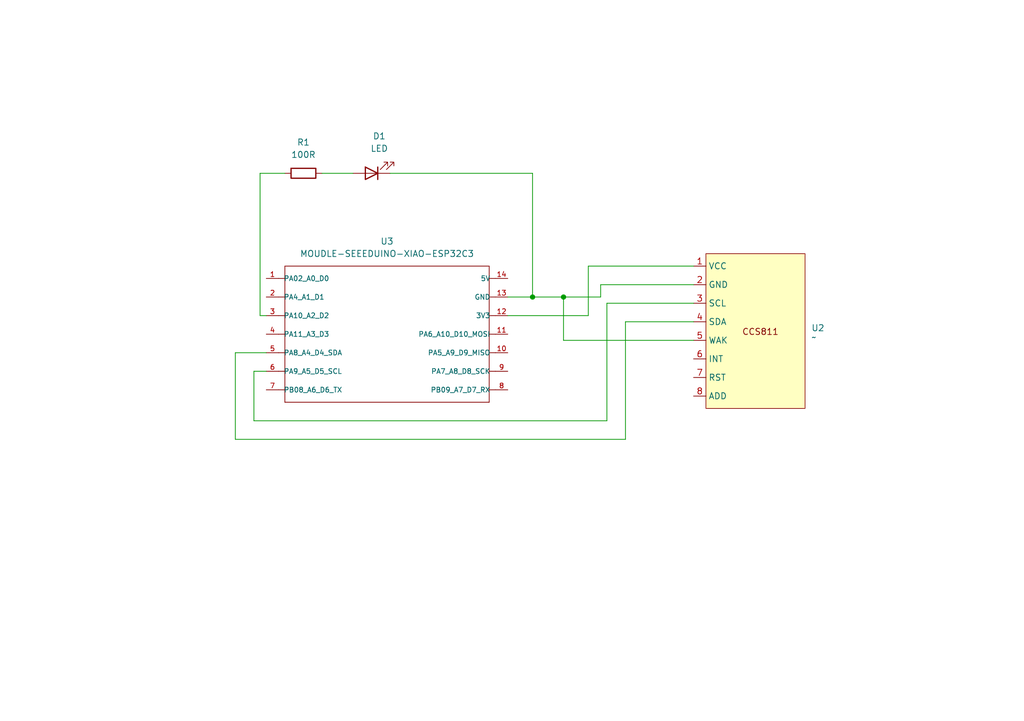
<source format=kicad_sch>
(kicad_sch
	(version 20231120)
	(generator "eeschema")
	(generator_version "8.0")
	(uuid "7460f067-e756-4e7b-98a8-d66889d85b4e")
	(paper "A5")
	(title_block
		(title "TVOC & eCO2 Sesnor")
		(date "2025-01-19")
		(rev "1")
		(company "James Price")
		(comment 1 "A custom PCB design for a ESP-32 based smart home sensor.")
	)
	(lib_symbols
		(symbol "Device:LED"
			(pin_numbers hide)
			(pin_names
				(offset 1.016) hide)
			(exclude_from_sim no)
			(in_bom yes)
			(on_board yes)
			(property "Reference" "D"
				(at 0 2.54 0)
				(effects
					(font
						(size 1.27 1.27)
					)
				)
			)
			(property "Value" "LED"
				(at 0 -2.54 0)
				(effects
					(font
						(size 1.27 1.27)
					)
				)
			)
			(property "Footprint" ""
				(at 0 0 0)
				(effects
					(font
						(size 1.27 1.27)
					)
					(hide yes)
				)
			)
			(property "Datasheet" "~"
				(at 0 0 0)
				(effects
					(font
						(size 1.27 1.27)
					)
					(hide yes)
				)
			)
			(property "Description" "Light emitting diode"
				(at 0 0 0)
				(effects
					(font
						(size 1.27 1.27)
					)
					(hide yes)
				)
			)
			(property "ki_keywords" "LED diode"
				(at 0 0 0)
				(effects
					(font
						(size 1.27 1.27)
					)
					(hide yes)
				)
			)
			(property "ki_fp_filters" "LED* LED_SMD:* LED_THT:*"
				(at 0 0 0)
				(effects
					(font
						(size 1.27 1.27)
					)
					(hide yes)
				)
			)
			(symbol "LED_0_1"
				(polyline
					(pts
						(xy -1.27 -1.27) (xy -1.27 1.27)
					)
					(stroke
						(width 0.254)
						(type default)
					)
					(fill
						(type none)
					)
				)
				(polyline
					(pts
						(xy -1.27 0) (xy 1.27 0)
					)
					(stroke
						(width 0)
						(type default)
					)
					(fill
						(type none)
					)
				)
				(polyline
					(pts
						(xy 1.27 -1.27) (xy 1.27 1.27) (xy -1.27 0) (xy 1.27 -1.27)
					)
					(stroke
						(width 0.254)
						(type default)
					)
					(fill
						(type none)
					)
				)
				(polyline
					(pts
						(xy -3.048 -0.762) (xy -4.572 -2.286) (xy -3.81 -2.286) (xy -4.572 -2.286) (xy -4.572 -1.524)
					)
					(stroke
						(width 0)
						(type default)
					)
					(fill
						(type none)
					)
				)
				(polyline
					(pts
						(xy -1.778 -0.762) (xy -3.302 -2.286) (xy -2.54 -2.286) (xy -3.302 -2.286) (xy -3.302 -1.524)
					)
					(stroke
						(width 0)
						(type default)
					)
					(fill
						(type none)
					)
				)
			)
			(symbol "LED_1_1"
				(pin passive line
					(at -3.81 0 0)
					(length 2.54)
					(name "K"
						(effects
							(font
								(size 1.27 1.27)
							)
						)
					)
					(number "1"
						(effects
							(font
								(size 1.27 1.27)
							)
						)
					)
				)
				(pin passive line
					(at 3.81 0 180)
					(length 2.54)
					(name "A"
						(effects
							(font
								(size 1.27 1.27)
							)
						)
					)
					(number "2"
						(effects
							(font
								(size 1.27 1.27)
							)
						)
					)
				)
			)
		)
		(symbol "Device:R"
			(pin_numbers hide)
			(pin_names
				(offset 0)
			)
			(exclude_from_sim no)
			(in_bom yes)
			(on_board yes)
			(property "Reference" "R"
				(at 2.032 0 90)
				(effects
					(font
						(size 1.27 1.27)
					)
				)
			)
			(property "Value" "R"
				(at 0 0 90)
				(effects
					(font
						(size 1.27 1.27)
					)
				)
			)
			(property "Footprint" ""
				(at -1.778 0 90)
				(effects
					(font
						(size 1.27 1.27)
					)
					(hide yes)
				)
			)
			(property "Datasheet" "~"
				(at 0 0 0)
				(effects
					(font
						(size 1.27 1.27)
					)
					(hide yes)
				)
			)
			(property "Description" "Resistor"
				(at 0 0 0)
				(effects
					(font
						(size 1.27 1.27)
					)
					(hide yes)
				)
			)
			(property "ki_keywords" "R res resistor"
				(at 0 0 0)
				(effects
					(font
						(size 1.27 1.27)
					)
					(hide yes)
				)
			)
			(property "ki_fp_filters" "R_*"
				(at 0 0 0)
				(effects
					(font
						(size 1.27 1.27)
					)
					(hide yes)
				)
			)
			(symbol "R_0_1"
				(rectangle
					(start -1.016 -2.54)
					(end 1.016 2.54)
					(stroke
						(width 0.254)
						(type default)
					)
					(fill
						(type none)
					)
				)
			)
			(symbol "R_1_1"
				(pin passive line
					(at 0 3.81 270)
					(length 1.27)
					(name "~"
						(effects
							(font
								(size 1.27 1.27)
							)
						)
					)
					(number "1"
						(effects
							(font
								(size 1.27 1.27)
							)
						)
					)
				)
				(pin passive line
					(at 0 -3.81 90)
					(length 1.27)
					(name "~"
						(effects
							(font
								(size 1.27 1.27)
							)
						)
					)
					(number "2"
						(effects
							(font
								(size 1.27 1.27)
							)
						)
					)
				)
			)
		)
		(symbol "Seeed ESP32C3:MOUDLE-SEEEDUINO-XIAO-ESP32C3"
			(pin_names
				(offset 1.016)
			)
			(exclude_from_sim no)
			(in_bom yes)
			(on_board yes)
			(property "Reference" "U"
				(at -21.59 15.24 0)
				(effects
					(font
						(size 1.27 1.27)
					)
					(justify left bottom)
				)
			)
			(property "Value" "MOUDLE-SEEEDUINO-XIAO-ESP32C3"
				(at -21.59 13.97 0)
				(effects
					(font
						(size 1.27 1.27)
					)
					(justify left bottom)
				)
			)
			(property "Footprint" "MOUDLE14P-SMD-2.54-21X17.8MM"
				(at 0 0 0)
				(effects
					(font
						(size 1.27 1.27)
					)
					(justify bottom)
					(hide yes)
				)
			)
			(property "Datasheet" ""
				(at 0 0 0)
				(effects
					(font
						(size 1.27 1.27)
					)
					(hide yes)
				)
			)
			(property "Description" ""
				(at 0 0 0)
				(effects
					(font
						(size 1.27 1.27)
					)
					(hide yes)
				)
			)
			(symbol "MOUDLE-SEEEDUINO-XIAO-ESP32C3_0_0"
				(polyline
					(pts
						(xy -21.59 -13.97) (xy -21.59 0)
					)
					(stroke
						(width 0.1524)
						(type default)
					)
					(fill
						(type none)
					)
				)
				(polyline
					(pts
						(xy -21.59 -11.43) (xy -22.86 -11.43)
					)
					(stroke
						(width 0.1524)
						(type default)
					)
					(fill
						(type none)
					)
				)
				(polyline
					(pts
						(xy -21.59 -7.62) (xy -22.86 -7.62)
					)
					(stroke
						(width 0.1524)
						(type default)
					)
					(fill
						(type none)
					)
				)
				(polyline
					(pts
						(xy -21.59 -3.81) (xy -22.86 -3.81)
					)
					(stroke
						(width 0.1524)
						(type default)
					)
					(fill
						(type none)
					)
				)
				(polyline
					(pts
						(xy -21.59 0) (xy -22.86 0)
					)
					(stroke
						(width 0.1524)
						(type default)
					)
					(fill
						(type none)
					)
				)
				(polyline
					(pts
						(xy -21.59 0) (xy -21.59 3.81)
					)
					(stroke
						(width 0.1524)
						(type default)
					)
					(fill
						(type none)
					)
				)
				(polyline
					(pts
						(xy -21.59 3.81) (xy -22.86 3.81)
					)
					(stroke
						(width 0.1524)
						(type default)
					)
					(fill
						(type none)
					)
				)
				(polyline
					(pts
						(xy -21.59 3.81) (xy -21.59 7.62)
					)
					(stroke
						(width 0.1524)
						(type default)
					)
					(fill
						(type none)
					)
				)
				(polyline
					(pts
						(xy -21.59 7.62) (xy -22.86 7.62)
					)
					(stroke
						(width 0.1524)
						(type default)
					)
					(fill
						(type none)
					)
				)
				(polyline
					(pts
						(xy -21.59 7.62) (xy -21.59 11.43)
					)
					(stroke
						(width 0.1524)
						(type default)
					)
					(fill
						(type none)
					)
				)
				(polyline
					(pts
						(xy -21.59 11.43) (xy -22.86 11.43)
					)
					(stroke
						(width 0.1524)
						(type default)
					)
					(fill
						(type none)
					)
				)
				(polyline
					(pts
						(xy -21.59 11.43) (xy -21.59 13.97)
					)
					(stroke
						(width 0.1524)
						(type default)
					)
					(fill
						(type none)
					)
				)
				(polyline
					(pts
						(xy -21.59 13.97) (xy 20.32 13.97)
					)
					(stroke
						(width 0.1524)
						(type default)
					)
					(fill
						(type none)
					)
				)
				(polyline
					(pts
						(xy 20.32 -13.97) (xy -21.59 -13.97)
					)
					(stroke
						(width 0.1524)
						(type default)
					)
					(fill
						(type none)
					)
				)
				(polyline
					(pts
						(xy 20.32 3.81) (xy 20.32 -13.97)
					)
					(stroke
						(width 0.1524)
						(type default)
					)
					(fill
						(type none)
					)
				)
				(polyline
					(pts
						(xy 20.32 7.62) (xy 20.32 3.81)
					)
					(stroke
						(width 0.1524)
						(type default)
					)
					(fill
						(type none)
					)
				)
				(polyline
					(pts
						(xy 20.32 11.43) (xy 20.32 7.62)
					)
					(stroke
						(width 0.1524)
						(type default)
					)
					(fill
						(type none)
					)
				)
				(polyline
					(pts
						(xy 20.32 13.97) (xy 20.32 11.43)
					)
					(stroke
						(width 0.1524)
						(type default)
					)
					(fill
						(type none)
					)
				)
				(polyline
					(pts
						(xy 21.59 -11.43) (xy 20.32 -11.43)
					)
					(stroke
						(width 0.1524)
						(type default)
					)
					(fill
						(type none)
					)
				)
				(polyline
					(pts
						(xy 21.59 -7.62) (xy 20.32 -7.62)
					)
					(stroke
						(width 0.1524)
						(type default)
					)
					(fill
						(type none)
					)
				)
				(polyline
					(pts
						(xy 21.59 -3.81) (xy 20.32 -3.81)
					)
					(stroke
						(width 0.1524)
						(type default)
					)
					(fill
						(type none)
					)
				)
				(polyline
					(pts
						(xy 21.59 0) (xy 20.32 0)
					)
					(stroke
						(width 0.1524)
						(type default)
					)
					(fill
						(type none)
					)
				)
				(polyline
					(pts
						(xy 21.59 3.81) (xy 20.32 3.81)
					)
					(stroke
						(width 0.1524)
						(type default)
					)
					(fill
						(type none)
					)
				)
				(polyline
					(pts
						(xy 21.59 7.62) (xy 20.32 7.62)
					)
					(stroke
						(width 0.1524)
						(type default)
					)
					(fill
						(type none)
					)
				)
				(polyline
					(pts
						(xy 21.59 11.43) (xy 20.32 11.43)
					)
					(stroke
						(width 0.1524)
						(type default)
					)
					(fill
						(type none)
					)
				)
				(pin bidirectional line
					(at -25.4 11.43 0)
					(length 2.54)
					(name "PA02_A0_D0"
						(effects
							(font
								(size 1.016 1.016)
							)
						)
					)
					(number "1"
						(effects
							(font
								(size 1.016 1.016)
							)
						)
					)
				)
				(pin bidirectional line
					(at 24.13 -3.81 180)
					(length 2.54)
					(name "PA5_A9_D9_MISO"
						(effects
							(font
								(size 1.016 1.016)
							)
						)
					)
					(number "10"
						(effects
							(font
								(size 1.016 1.016)
							)
						)
					)
				)
				(pin bidirectional line
					(at 24.13 0 180)
					(length 2.54)
					(name "PA6_A10_D10_MOSI"
						(effects
							(font
								(size 1.016 1.016)
							)
						)
					)
					(number "11"
						(effects
							(font
								(size 1.016 1.016)
							)
						)
					)
				)
				(pin bidirectional line
					(at 24.13 3.81 180)
					(length 2.54)
					(name "3V3"
						(effects
							(font
								(size 1.016 1.016)
							)
						)
					)
					(number "12"
						(effects
							(font
								(size 1.016 1.016)
							)
						)
					)
				)
				(pin bidirectional line
					(at 24.13 7.62 180)
					(length 2.54)
					(name "GND"
						(effects
							(font
								(size 1.016 1.016)
							)
						)
					)
					(number "13"
						(effects
							(font
								(size 1.016 1.016)
							)
						)
					)
				)
				(pin bidirectional line
					(at 24.13 11.43 180)
					(length 2.54)
					(name "5V"
						(effects
							(font
								(size 1.016 1.016)
							)
						)
					)
					(number "14"
						(effects
							(font
								(size 1.016 1.016)
							)
						)
					)
				)
				(pin bidirectional line
					(at -25.4 7.62 0)
					(length 2.54)
					(name "PA4_A1_D1"
						(effects
							(font
								(size 1.016 1.016)
							)
						)
					)
					(number "2"
						(effects
							(font
								(size 1.016 1.016)
							)
						)
					)
				)
				(pin bidirectional line
					(at -25.4 3.81 0)
					(length 2.54)
					(name "PA10_A2_D2"
						(effects
							(font
								(size 1.016 1.016)
							)
						)
					)
					(number "3"
						(effects
							(font
								(size 1.016 1.016)
							)
						)
					)
				)
				(pin bidirectional line
					(at -25.4 0 0)
					(length 2.54)
					(name "PA11_A3_D3"
						(effects
							(font
								(size 1.016 1.016)
							)
						)
					)
					(number "4"
						(effects
							(font
								(size 1.016 1.016)
							)
						)
					)
				)
				(pin bidirectional line
					(at -25.4 -3.81 0)
					(length 2.54)
					(name "PA8_A4_D4_SDA"
						(effects
							(font
								(size 1.016 1.016)
							)
						)
					)
					(number "5"
						(effects
							(font
								(size 1.016 1.016)
							)
						)
					)
				)
				(pin bidirectional line
					(at -25.4 -7.62 0)
					(length 2.54)
					(name "PA9_A5_D5_SCL"
						(effects
							(font
								(size 1.016 1.016)
							)
						)
					)
					(number "6"
						(effects
							(font
								(size 1.016 1.016)
							)
						)
					)
				)
				(pin bidirectional line
					(at -25.4 -11.43 0)
					(length 2.54)
					(name "PB08_A6_D6_TX"
						(effects
							(font
								(size 1.016 1.016)
							)
						)
					)
					(number "7"
						(effects
							(font
								(size 1.016 1.016)
							)
						)
					)
				)
				(pin bidirectional line
					(at 24.13 -11.43 180)
					(length 2.54)
					(name "PB09_A7_D7_RX"
						(effects
							(font
								(size 1.016 1.016)
							)
						)
					)
					(number "8"
						(effects
							(font
								(size 1.016 1.016)
							)
						)
					)
				)
				(pin bidirectional line
					(at 24.13 -7.62 180)
					(length 2.54)
					(name "PA7_A8_D8_SCK"
						(effects
							(font
								(size 1.016 1.016)
							)
						)
					)
					(number "9"
						(effects
							(font
								(size 1.016 1.016)
							)
						)
					)
				)
			)
		)
		(symbol "custom_library:CCS811_CJMCU-8118"
			(exclude_from_sim no)
			(in_bom yes)
			(on_board yes)
			(property "Reference" "U"
				(at 0 0 0)
				(effects
					(font
						(size 1.27 1.27)
					)
				)
			)
			(property "Value" ""
				(at 0 0 0)
				(effects
					(font
						(size 1.27 1.27)
					)
				)
			)
			(property "Footprint" ""
				(at 0 0 0)
				(effects
					(font
						(size 1.27 1.27)
					)
					(hide yes)
				)
			)
			(property "Datasheet" ""
				(at 0 0 0)
				(effects
					(font
						(size 1.27 1.27)
					)
					(hide yes)
				)
			)
			(property "Description" ""
				(at 0 0 0)
				(effects
					(font
						(size 1.27 1.27)
					)
					(hide yes)
				)
			)
			(symbol "CCS811_CJMCU-8118_1_1"
				(rectangle
					(start 5.08 0)
					(end 25.4 -31.75)
					(stroke
						(width 0)
						(type default)
					)
					(fill
						(type background)
					)
				)
				(text "CCS811"
					(at 16.256 -16.002 0)
					(effects
						(font
							(size 1.27 1.27)
						)
					)
				)
				(pin power_in line
					(at 2.54 -2.54 0)
					(length 2.54)
					(name "VCC"
						(effects
							(font
								(size 1.27 1.27)
							)
						)
					)
					(number "1"
						(effects
							(font
								(size 1.27 1.27)
							)
						)
					)
				)
				(pin power_in line
					(at 2.54 -6.35 0)
					(length 2.54)
					(name "GND"
						(effects
							(font
								(size 1.27 1.27)
							)
						)
					)
					(number "2"
						(effects
							(font
								(size 1.27 1.27)
							)
						)
					)
				)
				(pin bidirectional line
					(at 2.54 -10.16 0)
					(length 2.54)
					(name "SCL"
						(effects
							(font
								(size 1.27 1.27)
							)
						)
					)
					(number "3"
						(effects
							(font
								(size 1.27 1.27)
							)
						)
					)
				)
				(pin bidirectional line
					(at 2.54 -13.97 0)
					(length 2.54)
					(name "SDA"
						(effects
							(font
								(size 1.27 1.27)
							)
						)
					)
					(number "4"
						(effects
							(font
								(size 1.27 1.27)
							)
						)
					)
				)
				(pin input line
					(at 2.54 -17.78 0)
					(length 2.54)
					(name "WAK"
						(effects
							(font
								(size 1.27 1.27)
							)
						)
					)
					(number "5"
						(effects
							(font
								(size 1.27 1.27)
							)
						)
					)
				)
				(pin input line
					(at 2.54 -21.59 0)
					(length 2.54)
					(name "INT"
						(effects
							(font
								(size 1.27 1.27)
							)
						)
					)
					(number "6"
						(effects
							(font
								(size 1.27 1.27)
							)
						)
					)
				)
				(pin power_in line
					(at 2.54 -25.4 0)
					(length 2.54)
					(name "RST"
						(effects
							(font
								(size 1.27 1.27)
							)
						)
					)
					(number "7"
						(effects
							(font
								(size 1.27 1.27)
							)
						)
					)
				)
				(pin unspecified line
					(at 2.54 -29.21 0)
					(length 2.54)
					(name "ADD"
						(effects
							(font
								(size 1.27 1.27)
							)
						)
					)
					(number "8"
						(effects
							(font
								(size 1.27 1.27)
							)
						)
					)
				)
			)
		)
	)
	(junction
		(at 109.22 60.96)
		(diameter 0)
		(color 0 0 0 0)
		(uuid "4dade575-2343-493a-b0eb-207e06da8745")
	)
	(junction
		(at 115.57 60.96)
		(diameter 0)
		(color 0 0 0 0)
		(uuid "59261c69-b128-4e63-8ba4-40ec26662ee6")
	)
	(wire
		(pts
			(xy 123.19 60.96) (xy 123.19 58.42)
		)
		(stroke
			(width 0)
			(type default)
		)
		(uuid "0cae1ed9-42da-4ce0-8e73-162c5ffac5e7")
	)
	(wire
		(pts
			(xy 120.65 54.61) (xy 142.24 54.61)
		)
		(stroke
			(width 0)
			(type default)
		)
		(uuid "2d3228f6-a446-4730-b112-0bea1c490c62")
	)
	(wire
		(pts
			(xy 104.14 64.77) (xy 120.65 64.77)
		)
		(stroke
			(width 0)
			(type default)
		)
		(uuid "2f849970-2f0e-4580-a20b-a428ec38b92c")
	)
	(wire
		(pts
			(xy 80.01 35.56) (xy 109.22 35.56)
		)
		(stroke
			(width 0)
			(type default)
		)
		(uuid "3084904a-2c11-42a1-9968-e693d6935858")
	)
	(wire
		(pts
			(xy 54.61 76.2) (xy 52.07 76.2)
		)
		(stroke
			(width 0)
			(type default)
		)
		(uuid "31378f0b-9e85-4087-bb43-95aa84f589de")
	)
	(wire
		(pts
			(xy 128.27 66.04) (xy 142.24 66.04)
		)
		(stroke
			(width 0)
			(type default)
		)
		(uuid "4c826054-d162-48ac-8151-a53cd2fe37a1")
	)
	(wire
		(pts
			(xy 48.26 72.39) (xy 48.26 90.17)
		)
		(stroke
			(width 0)
			(type default)
		)
		(uuid "4fcd9cb2-8e86-48db-af64-2362f6400f1d")
	)
	(wire
		(pts
			(xy 66.04 35.56) (xy 72.39 35.56)
		)
		(stroke
			(width 0)
			(type default)
		)
		(uuid "5370fb97-24cf-410e-b41d-750239244bb2")
	)
	(wire
		(pts
			(xy 109.22 60.96) (xy 104.14 60.96)
		)
		(stroke
			(width 0)
			(type default)
		)
		(uuid "5e47ae47-2c38-44fe-b2f1-0bd20602ce56")
	)
	(wire
		(pts
			(xy 120.65 64.77) (xy 120.65 54.61)
		)
		(stroke
			(width 0)
			(type default)
		)
		(uuid "62dc0110-6c80-4e01-bdc7-bfb2256de478")
	)
	(wire
		(pts
			(xy 109.22 35.56) (xy 109.22 60.96)
		)
		(stroke
			(width 0)
			(type default)
		)
		(uuid "6d2a1fc6-4ed2-463d-a79d-86f9acaf1410")
	)
	(wire
		(pts
			(xy 53.34 64.77) (xy 53.34 35.56)
		)
		(stroke
			(width 0)
			(type default)
		)
		(uuid "73a719c0-4f67-41c4-b1e4-b0dded4fade4")
	)
	(wire
		(pts
			(xy 124.46 86.36) (xy 124.46 62.23)
		)
		(stroke
			(width 0)
			(type default)
		)
		(uuid "73f40061-43d4-4b83-b0c2-05dbc0143f6c")
	)
	(wire
		(pts
			(xy 52.07 76.2) (xy 52.07 86.36)
		)
		(stroke
			(width 0)
			(type default)
		)
		(uuid "7b2e666b-590e-466a-9a0a-afdb15cad3e4")
	)
	(wire
		(pts
			(xy 54.61 72.39) (xy 48.26 72.39)
		)
		(stroke
			(width 0)
			(type default)
		)
		(uuid "89e53404-5f5c-4244-b6ac-72c35f188800")
	)
	(wire
		(pts
			(xy 109.22 60.96) (xy 115.57 60.96)
		)
		(stroke
			(width 0)
			(type default)
		)
		(uuid "9f9cb960-c102-4eee-b2fd-ab3f60d32362")
	)
	(wire
		(pts
			(xy 115.57 60.96) (xy 115.57 69.85)
		)
		(stroke
			(width 0)
			(type default)
		)
		(uuid "a376dcc7-6cd0-4313-a2e0-dd3721290300")
	)
	(wire
		(pts
			(xy 52.07 86.36) (xy 124.46 86.36)
		)
		(stroke
			(width 0)
			(type default)
		)
		(uuid "a7e406f9-054f-4df6-b9c6-9e3fdbf62f7e")
	)
	(wire
		(pts
			(xy 124.46 62.23) (xy 142.24 62.23)
		)
		(stroke
			(width 0)
			(type default)
		)
		(uuid "b0a67a2b-351c-4dc0-9cc0-90768406871b")
	)
	(wire
		(pts
			(xy 48.26 90.17) (xy 128.27 90.17)
		)
		(stroke
			(width 0)
			(type default)
		)
		(uuid "b5a29cef-5728-4d69-814d-3cc26784c3b6")
	)
	(wire
		(pts
			(xy 142.24 69.85) (xy 115.57 69.85)
		)
		(stroke
			(width 0)
			(type default)
		)
		(uuid "c3c96c3d-215b-4a37-8395-834f9393614a")
	)
	(wire
		(pts
			(xy 128.27 90.17) (xy 128.27 66.04)
		)
		(stroke
			(width 0)
			(type default)
		)
		(uuid "c52a5142-f03b-433f-be6b-fc7e76c89411")
	)
	(wire
		(pts
			(xy 53.34 35.56) (xy 58.42 35.56)
		)
		(stroke
			(width 0)
			(type default)
		)
		(uuid "d48c1619-e290-4bb8-8959-d3b39a5c4d7a")
	)
	(wire
		(pts
			(xy 115.57 60.96) (xy 123.19 60.96)
		)
		(stroke
			(width 0)
			(type default)
		)
		(uuid "d5461000-6cff-4609-ac2b-0e975ae6c6da")
	)
	(wire
		(pts
			(xy 54.61 64.77) (xy 53.34 64.77)
		)
		(stroke
			(width 0)
			(type default)
		)
		(uuid "daa01a63-9934-45ea-b513-f8e4b26e50c9")
	)
	(wire
		(pts
			(xy 123.19 58.42) (xy 142.24 58.42)
		)
		(stroke
			(width 0)
			(type default)
		)
		(uuid "fb34969d-a6c5-4918-b0ad-c560353b09d5")
	)
	(symbol
		(lib_id "custom_library:CCS811_CJMCU-8118")
		(at 139.7 52.07 0)
		(unit 1)
		(exclude_from_sim no)
		(in_bom yes)
		(on_board yes)
		(dnp no)
		(fields_autoplaced yes)
		(uuid "179dacb0-b00b-4c4a-96fe-0fafa44f9a49")
		(property "Reference" "U2"
			(at 166.37 67.3099 0)
			(effects
				(font
					(size 1.27 1.27)
				)
				(justify left)
			)
		)
		(property "Value" "~"
			(at 166.37 69.215 0)
			(effects
				(font
					(size 1.27 1.27)
				)
				(justify left)
			)
		)
		(property "Footprint" "custom_library:CCS811_CJMCU-8118"
			(at 139.7 52.07 0)
			(effects
				(font
					(size 1.27 1.27)
				)
				(hide yes)
			)
		)
		(property "Datasheet" ""
			(at 139.7 52.07 0)
			(effects
				(font
					(size 1.27 1.27)
				)
				(hide yes)
			)
		)
		(property "Description" ""
			(at 139.7 52.07 0)
			(effects
				(font
					(size 1.27 1.27)
				)
				(hide yes)
			)
		)
		(pin "8"
			(uuid "5710c974-1dfb-446d-82b6-cbd4c9ed9a88")
		)
		(pin "3"
			(uuid "a63add94-e708-4bdc-9420-1c8e16ab1ee7")
		)
		(pin "4"
			(uuid "9b268096-dbf6-4c96-b71e-0e06546ddbf8")
		)
		(pin "7"
			(uuid "38068ead-9b33-4cae-b8f9-ba1ddc6c6cf7")
		)
		(pin "2"
			(uuid "087d1ff6-3f34-43c2-b13b-3fbdfae680c6")
		)
		(pin "5"
			(uuid "a34b1460-5e61-4e7e-baa1-576260d804de")
		)
		(pin "1"
			(uuid "f85a8ae8-d3c4-4544-a67f-c2e91daaffe1")
		)
		(pin "6"
			(uuid "05635983-b890-4152-8577-f70eece606fc")
		)
		(instances
			(project ""
				(path "/7460f067-e756-4e7b-98a8-d66889d85b4e"
					(reference "U2")
					(unit 1)
				)
			)
		)
	)
	(symbol
		(lib_id "Device:R")
		(at 62.23 35.56 270)
		(unit 1)
		(exclude_from_sim no)
		(in_bom yes)
		(on_board yes)
		(dnp no)
		(fields_autoplaced yes)
		(uuid "88a001a9-59b9-43b2-a57e-bf727fbe09d6")
		(property "Reference" "R1"
			(at 62.23 29.21 90)
			(effects
				(font
					(size 1.27 1.27)
				)
			)
		)
		(property "Value" "100R"
			(at 62.23 31.75 90)
			(effects
				(font
					(size 1.27 1.27)
				)
			)
		)
		(property "Footprint" "Resistor_THT:R_Axial_DIN0207_L6.3mm_D2.5mm_P7.62mm_Horizontal"
			(at 62.23 33.782 90)
			(effects
				(font
					(size 1.27 1.27)
				)
				(hide yes)
			)
		)
		(property "Datasheet" "~"
			(at 62.23 35.56 0)
			(effects
				(font
					(size 1.27 1.27)
				)
				(hide yes)
			)
		)
		(property "Description" "Resistor"
			(at 62.23 35.56 0)
			(effects
				(font
					(size 1.27 1.27)
				)
				(hide yes)
			)
		)
		(pin "2"
			(uuid "a1f4cf47-c703-441f-9769-f95a40964b42")
		)
		(pin "1"
			(uuid "9c31e592-ed92-45dc-8f7e-0cb20a8f6f55")
		)
		(instances
			(project ""
				(path "/7460f067-e756-4e7b-98a8-d66889d85b4e"
					(reference "R1")
					(unit 1)
				)
			)
		)
	)
	(symbol
		(lib_id "Device:LED")
		(at 76.2 35.56 180)
		(unit 1)
		(exclude_from_sim no)
		(in_bom yes)
		(on_board yes)
		(dnp no)
		(fields_autoplaced yes)
		(uuid "9d8e8e39-4b7b-4e88-99fa-2fe257fa852c")
		(property "Reference" "D1"
			(at 77.7875 27.94 0)
			(effects
				(font
					(size 1.27 1.27)
				)
			)
		)
		(property "Value" "LED"
			(at 77.7875 30.48 0)
			(effects
				(font
					(size 1.27 1.27)
				)
			)
		)
		(property "Footprint" "LED_THT:LED_D5.0mm_Clear"
			(at 76.2 35.56 0)
			(effects
				(font
					(size 1.27 1.27)
				)
				(hide yes)
			)
		)
		(property "Datasheet" "~"
			(at 76.2 35.56 0)
			(effects
				(font
					(size 1.27 1.27)
				)
				(hide yes)
			)
		)
		(property "Description" "Light emitting diode"
			(at 76.2 35.56 0)
			(effects
				(font
					(size 1.27 1.27)
				)
				(hide yes)
			)
		)
		(pin "2"
			(uuid "6a94f86b-073f-4de2-b5e3-c2853dd888a0")
		)
		(pin "1"
			(uuid "4310caef-f0e5-4016-94dc-240bf06ce89d")
		)
		(instances
			(project ""
				(path "/7460f067-e756-4e7b-98a8-d66889d85b4e"
					(reference "D1")
					(unit 1)
				)
			)
		)
	)
	(symbol
		(lib_id "Seeed ESP32C3:MOUDLE-SEEEDUINO-XIAO-ESP32C3")
		(at 80.01 68.58 0)
		(unit 1)
		(exclude_from_sim no)
		(in_bom yes)
		(on_board yes)
		(dnp no)
		(fields_autoplaced yes)
		(uuid "e91b53ea-6afd-47af-83b6-7908b05a5fcb")
		(property "Reference" "U3"
			(at 79.375 49.53 0)
			(effects
				(font
					(size 1.27 1.27)
				)
			)
		)
		(property "Value" "MOUDLE-SEEEDUINO-XIAO-ESP32C3"
			(at 79.375 52.07 0)
			(effects
				(font
					(size 1.27 1.27)
				)
			)
		)
		(property "Footprint" "MOUDLE14P-SMD-2.54-21X17.8MM"
			(at 80.01 68.58 0)
			(effects
				(font
					(size 1.27 1.27)
				)
				(justify bottom)
				(hide yes)
			)
		)
		(property "Datasheet" ""
			(at 80.01 68.58 0)
			(effects
				(font
					(size 1.27 1.27)
				)
				(hide yes)
			)
		)
		(property "Description" ""
			(at 80.01 68.58 0)
			(effects
				(font
					(size 1.27 1.27)
				)
				(hide yes)
			)
		)
		(pin "7"
			(uuid "0ee588ad-2a19-4342-bc57-9ac946fc670f")
		)
		(pin "9"
			(uuid "e483699c-6b31-4bee-8cd1-ee2899b15b00")
		)
		(pin "8"
			(uuid "5259aa62-16d0-481d-a28f-ca1c624f823f")
		)
		(pin "2"
			(uuid "b1c5aeda-0b0a-4ebc-bdbb-b7a08de87f25")
		)
		(pin "14"
			(uuid "ff9df707-490b-4bcf-98ca-375976a653b3")
		)
		(pin "3"
			(uuid "6b443cef-dec1-4284-a17c-6ed537c34b24")
		)
		(pin "4"
			(uuid "b24a8917-9c7f-45d8-ba25-b948f42af1b9")
		)
		(pin "10"
			(uuid "b924ec4c-f7df-4165-9094-ddb2c60ce4d1")
		)
		(pin "12"
			(uuid "42be5475-8ffc-4443-bdd7-a0ec0bb6a826")
		)
		(pin "6"
			(uuid "4a425056-654a-4efa-986d-baff3b08e93d")
		)
		(pin "5"
			(uuid "c2d59316-54ca-45a7-a0fd-ed2cdc4948cf")
		)
		(pin "11"
			(uuid "9dc5017f-f091-4e93-ab88-8c2682270bda")
		)
		(pin "1"
			(uuid "12499a46-5965-4008-9b2a-ff19444f7cf2")
		)
		(pin "13"
			(uuid "be2becec-e241-48b2-a092-86248e2ce3ae")
		)
		(instances
			(project ""
				(path "/7460f067-e756-4e7b-98a8-d66889d85b4e"
					(reference "U3")
					(unit 1)
				)
			)
		)
	)
	(sheet_instances
		(path "/"
			(page "1")
		)
	)
)

</source>
